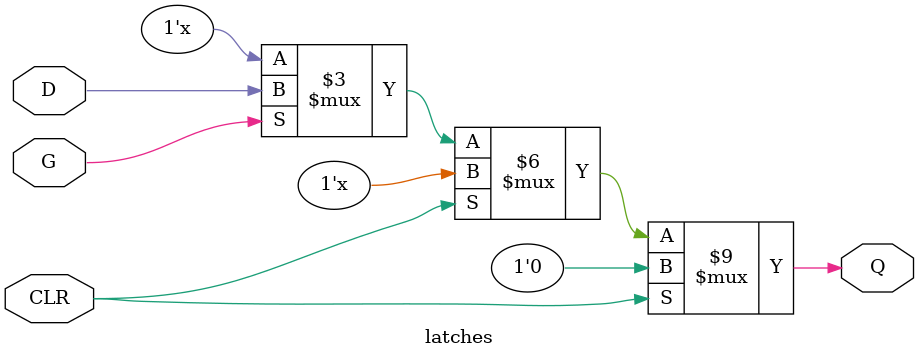
<source format=v>
module latches (
                input G,
                input D,
                input CLR,
                output reg Q
               );
always @ *
begin
 if(CLR)
  Q = 0;
 else if(G)
  Q = D;
end

endmodule               

</source>
